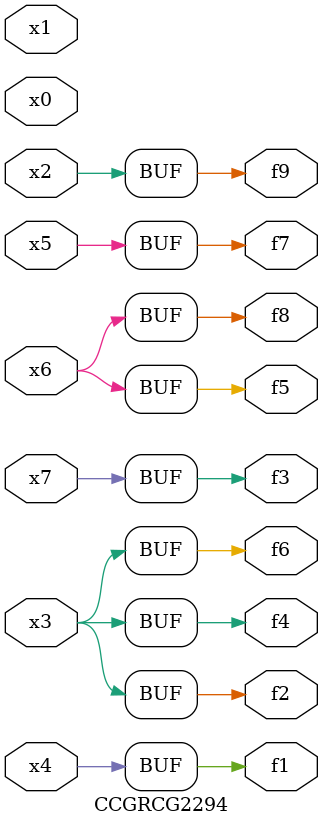
<source format=v>
module CCGRCG2294(
	input x0, x1, x2, x3, x4, x5, x6, x7,
	output f1, f2, f3, f4, f5, f6, f7, f8, f9
);
	assign f1 = x4;
	assign f2 = x3;
	assign f3 = x7;
	assign f4 = x3;
	assign f5 = x6;
	assign f6 = x3;
	assign f7 = x5;
	assign f8 = x6;
	assign f9 = x2;
endmodule

</source>
